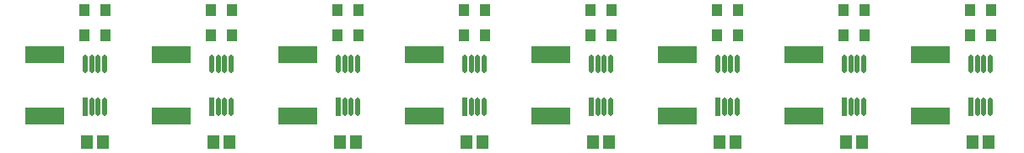
<source format=gbr>
%TF.GenerationSoftware,Altium Limited,Altium Designer,23.10.1 (27)*%
G04 Layer_Color=8421504*
%FSLAX45Y45*%
%MOMM*%
%TF.SameCoordinates,A038C99E-A49E-49FA-BA90-4B12FE75E0D5*%
%TF.FilePolarity,Positive*%
%TF.FileFunction,Paste,Top*%
%TF.Part,Single*%
G01*
G75*
%TA.AperFunction,SMDPad,CuDef*%
%ADD10R,1.10000X1.30000*%
%ADD11R,1.30464X1.45620*%
G04:AMPARAMS|DCode=12|XSize=1.8565mm|YSize=0.49798mm|CornerRadius=0.24899mm|HoleSize=0mm|Usage=FLASHONLY|Rotation=90.000|XOffset=0mm|YOffset=0mm|HoleType=Round|Shape=RoundedRectangle|*
%AMROUNDEDRECTD12*
21,1,1.85650,0.00000,0,0,90.0*
21,1,1.35852,0.49798,0,0,90.0*
1,1,0.49798,0.00000,0.67926*
1,1,0.49798,0.00000,-0.67926*
1,1,0.49798,0.00000,-0.67926*
1,1,0.49798,0.00000,0.67926*
%
%ADD12ROUNDEDRECTD12*%
%ADD13R,0.49798X1.85650*%
%ADD14R,4.00000X1.80000*%
D10*
X12849001Y10566400D02*
D03*
X13059000D02*
D03*
X10309000D02*
D03*
X10519000D02*
D03*
X7769000D02*
D03*
X7979000D02*
D03*
X5229000D02*
D03*
X5439000D02*
D03*
X12849001Y10820400D02*
D03*
X13059000D02*
D03*
X10309000D02*
D03*
X10519000D02*
D03*
X7769000D02*
D03*
X7979000D02*
D03*
X5229000D02*
D03*
X5439000D02*
D03*
X14119000Y10566400D02*
D03*
X14328999D02*
D03*
X11579000D02*
D03*
X11789000D02*
D03*
X9039000D02*
D03*
X9249000D02*
D03*
X6499000D02*
D03*
X6709000D02*
D03*
X14119000Y10820400D02*
D03*
X14328999D02*
D03*
X11579000D02*
D03*
X11789000D02*
D03*
X9039000D02*
D03*
X9249000D02*
D03*
X6499000D02*
D03*
X6709000D02*
D03*
D11*
X9224578Y9486900D02*
D03*
X9063422D02*
D03*
X7954578D02*
D03*
X7793422D02*
D03*
X6684578D02*
D03*
X6523422D02*
D03*
X5414578D02*
D03*
X5253422D02*
D03*
X14304578D02*
D03*
X14143422D02*
D03*
X13034578D02*
D03*
X12873422D02*
D03*
X11764578D02*
D03*
X11603422D02*
D03*
X10494578D02*
D03*
X10333422D02*
D03*
D12*
X9046500Y10273486D02*
D03*
X9111500D02*
D03*
X9176500D02*
D03*
X9241500D02*
D03*
Y9843314D02*
D03*
X9176500D02*
D03*
X9111500D02*
D03*
X7776500Y10273486D02*
D03*
X7841500D02*
D03*
X7906500D02*
D03*
X7971500D02*
D03*
Y9843314D02*
D03*
X7906500D02*
D03*
X7841500D02*
D03*
X6506500Y10273486D02*
D03*
X6571500D02*
D03*
X6636500D02*
D03*
X6701500D02*
D03*
Y9843314D02*
D03*
X6636500D02*
D03*
X6571500D02*
D03*
X5236500Y10273486D02*
D03*
X5301500D02*
D03*
X5366500D02*
D03*
X5431500D02*
D03*
Y9843314D02*
D03*
X5366500D02*
D03*
X5301500D02*
D03*
X14126500Y10273486D02*
D03*
X14191499D02*
D03*
X14256500D02*
D03*
X14321500D02*
D03*
Y9843314D02*
D03*
X14256500D02*
D03*
X14191499D02*
D03*
X12856500Y10273486D02*
D03*
X12921500D02*
D03*
X12986501D02*
D03*
X13051500D02*
D03*
Y9843314D02*
D03*
X12986501D02*
D03*
X12921500D02*
D03*
X11586500Y10273486D02*
D03*
X11651500D02*
D03*
X11716500D02*
D03*
X11781500D02*
D03*
Y9843314D02*
D03*
X11716500D02*
D03*
X11651500D02*
D03*
X10316500Y10273486D02*
D03*
X10381500D02*
D03*
X10446500D02*
D03*
X10511500D02*
D03*
Y9843314D02*
D03*
X10446500D02*
D03*
X10381500D02*
D03*
D13*
X9046500D02*
D03*
X7776500D02*
D03*
X6506500D02*
D03*
X5236500D02*
D03*
X14126500D02*
D03*
X12856500D02*
D03*
X11586500D02*
D03*
X10316500D02*
D03*
D14*
X8636000Y9748400D02*
D03*
Y10368400D02*
D03*
X7366000Y9748400D02*
D03*
Y10368400D02*
D03*
X6096000Y9748400D02*
D03*
Y10368400D02*
D03*
X4826000Y9748400D02*
D03*
Y10368400D02*
D03*
X13716000Y9748400D02*
D03*
Y10368400D02*
D03*
X12446000Y9748400D02*
D03*
Y10368400D02*
D03*
X11176000Y9748400D02*
D03*
Y10368400D02*
D03*
X9906000Y9748400D02*
D03*
Y10368400D02*
D03*
%TF.MD5,555b5a14c1b2a3ecd0279548071248e0*%
M02*

</source>
